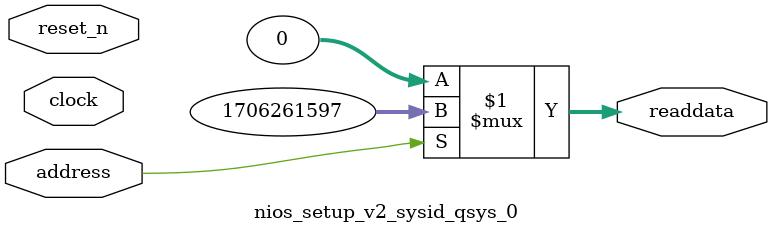
<source format=v>



// synthesis translate_off
`timescale 1ns / 1ps
// synthesis translate_on

// turn off superfluous verilog processor warnings 
// altera message_level Level1 
// altera message_off 10034 10035 10036 10037 10230 10240 10030 

module nios_setup_v2_sysid_qsys_0 (
               // inputs:
                address,
                clock,
                reset_n,

               // outputs:
                readdata
             )
;

  output  [ 31: 0] readdata;
  input            address;
  input            clock;
  input            reset_n;

  wire    [ 31: 0] readdata;
  //control_slave, which is an e_avalon_slave
  assign readdata = address ? 1706261597 : 0;

endmodule



</source>
